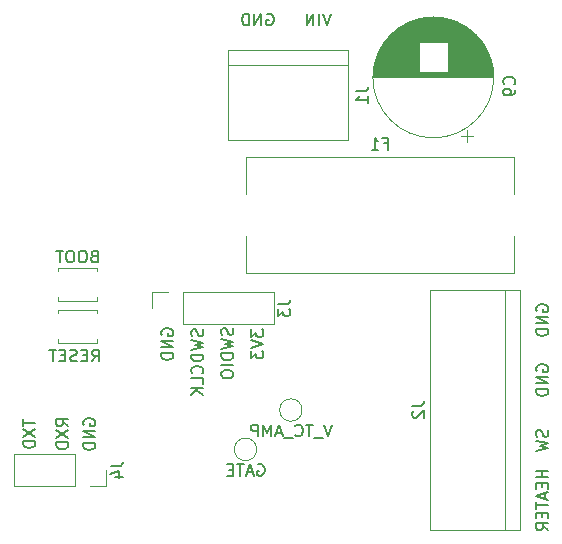
<source format=gbr>
%TF.GenerationSoftware,KiCad,Pcbnew,5.1.6*%
%TF.CreationDate,2020-09-04T20:47:42+02:00*%
%TF.ProjectId,JBC_Nano_Hardware,4a42435f-4e61-46e6-9f5f-486172647761,rev?*%
%TF.SameCoordinates,Original*%
%TF.FileFunction,Legend,Bot*%
%TF.FilePolarity,Positive*%
%FSLAX46Y46*%
G04 Gerber Fmt 4.6, Leading zero omitted, Abs format (unit mm)*
G04 Created by KiCad (PCBNEW 5.1.6) date 2020-09-04 20:47:42*
%MOMM*%
%LPD*%
G01*
G04 APERTURE LIST*
%ADD10C,0.150000*%
%ADD11C,0.120000*%
G04 APERTURE END LIST*
D10*
X45462700Y-63279400D02*
X45557938Y-63231780D01*
X45700795Y-63231780D01*
X45843652Y-63279400D01*
X45938890Y-63374638D01*
X45986509Y-63469876D01*
X46034128Y-63660352D01*
X46034128Y-63803209D01*
X45986509Y-63993685D01*
X45938890Y-64088923D01*
X45843652Y-64184161D01*
X45700795Y-64231780D01*
X45605557Y-64231780D01*
X45462700Y-64184161D01*
X45415080Y-64136542D01*
X45415080Y-63803209D01*
X45605557Y-63803209D01*
X45034128Y-63946066D02*
X44557938Y-63946066D01*
X45129366Y-64231780D02*
X44796033Y-63231780D01*
X44462700Y-64231780D01*
X44272223Y-63231780D02*
X43700795Y-63231780D01*
X43986509Y-64231780D02*
X43986509Y-63231780D01*
X43367461Y-63707971D02*
X43034128Y-63707971D01*
X42891271Y-64231780D02*
X43367461Y-64231780D01*
X43367461Y-63231780D01*
X42891271Y-63231780D01*
X46227904Y-25154000D02*
X46323142Y-25106380D01*
X46466000Y-25106380D01*
X46608857Y-25154000D01*
X46704095Y-25249238D01*
X46751714Y-25344476D01*
X46799333Y-25534952D01*
X46799333Y-25677809D01*
X46751714Y-25868285D01*
X46704095Y-25963523D01*
X46608857Y-26058761D01*
X46466000Y-26106380D01*
X46370761Y-26106380D01*
X46227904Y-26058761D01*
X46180285Y-26011142D01*
X46180285Y-25677809D01*
X46370761Y-25677809D01*
X45751714Y-26106380D02*
X45751714Y-25106380D01*
X45180285Y-26106380D01*
X45180285Y-25106380D01*
X44704095Y-26106380D02*
X44704095Y-25106380D01*
X44466000Y-25106380D01*
X44323142Y-25154000D01*
X44227904Y-25249238D01*
X44180285Y-25344476D01*
X44132666Y-25534952D01*
X44132666Y-25677809D01*
X44180285Y-25868285D01*
X44227904Y-25963523D01*
X44323142Y-26058761D01*
X44466000Y-26106380D01*
X44704095Y-26106380D01*
X51641238Y-25106380D02*
X51307904Y-26106380D01*
X50974571Y-25106380D01*
X50641238Y-26106380D02*
X50641238Y-25106380D01*
X50165047Y-26106380D02*
X50165047Y-25106380D01*
X49593619Y-26106380D01*
X49593619Y-25106380D01*
X31583142Y-45648571D02*
X31440285Y-45696190D01*
X31392666Y-45743809D01*
X31345047Y-45839047D01*
X31345047Y-45981904D01*
X31392666Y-46077142D01*
X31440285Y-46124761D01*
X31535523Y-46172380D01*
X31916476Y-46172380D01*
X31916476Y-45172380D01*
X31583142Y-45172380D01*
X31487904Y-45220000D01*
X31440285Y-45267619D01*
X31392666Y-45362857D01*
X31392666Y-45458095D01*
X31440285Y-45553333D01*
X31487904Y-45600952D01*
X31583142Y-45648571D01*
X31916476Y-45648571D01*
X30726000Y-45172380D02*
X30535523Y-45172380D01*
X30440285Y-45220000D01*
X30345047Y-45315238D01*
X30297428Y-45505714D01*
X30297428Y-45839047D01*
X30345047Y-46029523D01*
X30440285Y-46124761D01*
X30535523Y-46172380D01*
X30726000Y-46172380D01*
X30821238Y-46124761D01*
X30916476Y-46029523D01*
X30964095Y-45839047D01*
X30964095Y-45505714D01*
X30916476Y-45315238D01*
X30821238Y-45220000D01*
X30726000Y-45172380D01*
X29678380Y-45172380D02*
X29487904Y-45172380D01*
X29392666Y-45220000D01*
X29297428Y-45315238D01*
X29249809Y-45505714D01*
X29249809Y-45839047D01*
X29297428Y-46029523D01*
X29392666Y-46124761D01*
X29487904Y-46172380D01*
X29678380Y-46172380D01*
X29773619Y-46124761D01*
X29868857Y-46029523D01*
X29916476Y-45839047D01*
X29916476Y-45505714D01*
X29868857Y-45315238D01*
X29773619Y-45220000D01*
X29678380Y-45172380D01*
X28964095Y-45172380D02*
X28392666Y-45172380D01*
X28678380Y-46172380D02*
X28678380Y-45172380D01*
X31424380Y-54554380D02*
X31757714Y-54078190D01*
X31995809Y-54554380D02*
X31995809Y-53554380D01*
X31614857Y-53554380D01*
X31519619Y-53602000D01*
X31472000Y-53649619D01*
X31424380Y-53744857D01*
X31424380Y-53887714D01*
X31472000Y-53982952D01*
X31519619Y-54030571D01*
X31614857Y-54078190D01*
X31995809Y-54078190D01*
X30995809Y-54030571D02*
X30662476Y-54030571D01*
X30519619Y-54554380D02*
X30995809Y-54554380D01*
X30995809Y-53554380D01*
X30519619Y-53554380D01*
X30138666Y-54506761D02*
X29995809Y-54554380D01*
X29757714Y-54554380D01*
X29662476Y-54506761D01*
X29614857Y-54459142D01*
X29567238Y-54363904D01*
X29567238Y-54268666D01*
X29614857Y-54173428D01*
X29662476Y-54125809D01*
X29757714Y-54078190D01*
X29948190Y-54030571D01*
X30043428Y-53982952D01*
X30091047Y-53935333D01*
X30138666Y-53840095D01*
X30138666Y-53744857D01*
X30091047Y-53649619D01*
X30043428Y-53602000D01*
X29948190Y-53554380D01*
X29710095Y-53554380D01*
X29567238Y-53602000D01*
X29138666Y-54030571D02*
X28805333Y-54030571D01*
X28662476Y-54554380D02*
X29138666Y-54554380D01*
X29138666Y-53554380D01*
X28662476Y-53554380D01*
X28376761Y-53554380D02*
X27805333Y-53554380D01*
X28091047Y-54554380D02*
X28091047Y-53554380D01*
X51736190Y-59904380D02*
X51402857Y-60904380D01*
X51069523Y-59904380D01*
X50974285Y-60999619D02*
X50212380Y-60999619D01*
X50117142Y-59904380D02*
X49545714Y-59904380D01*
X49831428Y-60904380D02*
X49831428Y-59904380D01*
X48640952Y-60809142D02*
X48688571Y-60856761D01*
X48831428Y-60904380D01*
X48926666Y-60904380D01*
X49069523Y-60856761D01*
X49164761Y-60761523D01*
X49212380Y-60666285D01*
X49260000Y-60475809D01*
X49260000Y-60332952D01*
X49212380Y-60142476D01*
X49164761Y-60047238D01*
X49069523Y-59952000D01*
X48926666Y-59904380D01*
X48831428Y-59904380D01*
X48688571Y-59952000D01*
X48640952Y-59999619D01*
X48450476Y-60999619D02*
X47688571Y-60999619D01*
X47498095Y-60618666D02*
X47021904Y-60618666D01*
X47593333Y-60904380D02*
X47259999Y-59904380D01*
X46926666Y-60904380D01*
X46593333Y-60904380D02*
X46593333Y-59904380D01*
X46259999Y-60618666D01*
X45926666Y-59904380D01*
X45926666Y-60904380D01*
X45450476Y-60904380D02*
X45450476Y-59904380D01*
X45069523Y-59904380D01*
X44974285Y-59952000D01*
X44926666Y-59999619D01*
X44879047Y-60094857D01*
X44879047Y-60237714D01*
X44926666Y-60332952D01*
X44974285Y-60380571D01*
X45069523Y-60428190D01*
X45450476Y-60428190D01*
X25614380Y-59444095D02*
X25614380Y-60015523D01*
X26614380Y-59729809D02*
X25614380Y-59729809D01*
X25614380Y-60253619D02*
X26614380Y-60920285D01*
X25614380Y-60920285D02*
X26614380Y-60253619D01*
X26614380Y-61301238D02*
X25614380Y-61301238D01*
X25614380Y-61539333D01*
X25662000Y-61682190D01*
X25757238Y-61777428D01*
X25852476Y-61825047D01*
X26042952Y-61872666D01*
X26185809Y-61872666D01*
X26376285Y-61825047D01*
X26471523Y-61777428D01*
X26566761Y-61682190D01*
X26614380Y-61539333D01*
X26614380Y-61301238D01*
X29408380Y-60039333D02*
X28932190Y-59706000D01*
X29408380Y-59467904D02*
X28408380Y-59467904D01*
X28408380Y-59848857D01*
X28456000Y-59944095D01*
X28503619Y-59991714D01*
X28598857Y-60039333D01*
X28741714Y-60039333D01*
X28836952Y-59991714D01*
X28884571Y-59944095D01*
X28932190Y-59848857D01*
X28932190Y-59467904D01*
X28408380Y-60372666D02*
X29408380Y-61039333D01*
X28408380Y-61039333D02*
X29408380Y-60372666D01*
X29408380Y-61420285D02*
X28408380Y-61420285D01*
X28408380Y-61658380D01*
X28456000Y-61801238D01*
X28551238Y-61896476D01*
X28646476Y-61944095D01*
X28836952Y-61991714D01*
X28979809Y-61991714D01*
X29170285Y-61944095D01*
X29265523Y-61896476D01*
X29360761Y-61801238D01*
X29408380Y-61658380D01*
X29408380Y-61420285D01*
X30742000Y-59944095D02*
X30694380Y-59848857D01*
X30694380Y-59706000D01*
X30742000Y-59563142D01*
X30837238Y-59467904D01*
X30932476Y-59420285D01*
X31122952Y-59372666D01*
X31265809Y-59372666D01*
X31456285Y-59420285D01*
X31551523Y-59467904D01*
X31646761Y-59563142D01*
X31694380Y-59706000D01*
X31694380Y-59801238D01*
X31646761Y-59944095D01*
X31599142Y-59991714D01*
X31265809Y-59991714D01*
X31265809Y-59801238D01*
X31694380Y-60420285D02*
X30694380Y-60420285D01*
X31694380Y-60991714D01*
X30694380Y-60991714D01*
X31694380Y-61467904D02*
X30694380Y-61467904D01*
X30694380Y-61706000D01*
X30742000Y-61848857D01*
X30837238Y-61944095D01*
X30932476Y-61991714D01*
X31122952Y-62039333D01*
X31265809Y-62039333D01*
X31456285Y-61991714D01*
X31551523Y-61944095D01*
X31646761Y-61848857D01*
X31694380Y-61706000D01*
X31694380Y-61467904D01*
X44918380Y-51847904D02*
X44918380Y-52466952D01*
X45299333Y-52133619D01*
X45299333Y-52276476D01*
X45346952Y-52371714D01*
X45394571Y-52419333D01*
X45489809Y-52466952D01*
X45727904Y-52466952D01*
X45823142Y-52419333D01*
X45870761Y-52371714D01*
X45918380Y-52276476D01*
X45918380Y-51990761D01*
X45870761Y-51895523D01*
X45823142Y-51847904D01*
X44918380Y-52752666D02*
X45918380Y-53086000D01*
X44918380Y-53419333D01*
X44918380Y-53657428D02*
X44918380Y-54276476D01*
X45299333Y-53943142D01*
X45299333Y-54086000D01*
X45346952Y-54181238D01*
X45394571Y-54228857D01*
X45489809Y-54276476D01*
X45727904Y-54276476D01*
X45823142Y-54228857D01*
X45870761Y-54181238D01*
X45918380Y-54086000D01*
X45918380Y-53800285D01*
X45870761Y-53705047D01*
X45823142Y-53657428D01*
X43330761Y-51728952D02*
X43378380Y-51871809D01*
X43378380Y-52109904D01*
X43330761Y-52205142D01*
X43283142Y-52252761D01*
X43187904Y-52300380D01*
X43092666Y-52300380D01*
X42997428Y-52252761D01*
X42949809Y-52205142D01*
X42902190Y-52109904D01*
X42854571Y-51919428D01*
X42806952Y-51824190D01*
X42759333Y-51776571D01*
X42664095Y-51728952D01*
X42568857Y-51728952D01*
X42473619Y-51776571D01*
X42426000Y-51824190D01*
X42378380Y-51919428D01*
X42378380Y-52157523D01*
X42426000Y-52300380D01*
X42378380Y-52633714D02*
X43378380Y-52871809D01*
X42664095Y-53062285D01*
X43378380Y-53252761D01*
X42378380Y-53490857D01*
X43378380Y-53871809D02*
X42378380Y-53871809D01*
X42378380Y-54109904D01*
X42426000Y-54252761D01*
X42521238Y-54348000D01*
X42616476Y-54395619D01*
X42806952Y-54443238D01*
X42949809Y-54443238D01*
X43140285Y-54395619D01*
X43235523Y-54348000D01*
X43330761Y-54252761D01*
X43378380Y-54109904D01*
X43378380Y-53871809D01*
X43378380Y-54871809D02*
X42378380Y-54871809D01*
X42378380Y-55538476D02*
X42378380Y-55728952D01*
X42426000Y-55824190D01*
X42521238Y-55919428D01*
X42711714Y-55967047D01*
X43045047Y-55967047D01*
X43235523Y-55919428D01*
X43330761Y-55824190D01*
X43378380Y-55728952D01*
X43378380Y-55538476D01*
X43330761Y-55443238D01*
X43235523Y-55348000D01*
X43045047Y-55300380D01*
X42711714Y-55300380D01*
X42521238Y-55348000D01*
X42426000Y-55443238D01*
X42378380Y-55538476D01*
X40790761Y-51848095D02*
X40838380Y-51990952D01*
X40838380Y-52229047D01*
X40790761Y-52324285D01*
X40743142Y-52371904D01*
X40647904Y-52419523D01*
X40552666Y-52419523D01*
X40457428Y-52371904D01*
X40409809Y-52324285D01*
X40362190Y-52229047D01*
X40314571Y-52038571D01*
X40266952Y-51943333D01*
X40219333Y-51895714D01*
X40124095Y-51848095D01*
X40028857Y-51848095D01*
X39933619Y-51895714D01*
X39886000Y-51943333D01*
X39838380Y-52038571D01*
X39838380Y-52276666D01*
X39886000Y-52419523D01*
X39838380Y-52752857D02*
X40838380Y-52990952D01*
X40124095Y-53181428D01*
X40838380Y-53371904D01*
X39838380Y-53610000D01*
X40838380Y-53990952D02*
X39838380Y-53990952D01*
X39838380Y-54229047D01*
X39886000Y-54371904D01*
X39981238Y-54467142D01*
X40076476Y-54514761D01*
X40266952Y-54562380D01*
X40409809Y-54562380D01*
X40600285Y-54514761D01*
X40695523Y-54467142D01*
X40790761Y-54371904D01*
X40838380Y-54229047D01*
X40838380Y-53990952D01*
X40743142Y-55562380D02*
X40790761Y-55514761D01*
X40838380Y-55371904D01*
X40838380Y-55276666D01*
X40790761Y-55133809D01*
X40695523Y-55038571D01*
X40600285Y-54990952D01*
X40409809Y-54943333D01*
X40266952Y-54943333D01*
X40076476Y-54990952D01*
X39981238Y-55038571D01*
X39886000Y-55133809D01*
X39838380Y-55276666D01*
X39838380Y-55371904D01*
X39886000Y-55514761D01*
X39933619Y-55562380D01*
X40838380Y-56467142D02*
X40838380Y-55990952D01*
X39838380Y-55990952D01*
X40838380Y-56800476D02*
X39838380Y-56800476D01*
X40838380Y-57371904D02*
X40266952Y-56943333D01*
X39838380Y-57371904D02*
X40409809Y-56800476D01*
X37346000Y-52324095D02*
X37298380Y-52228857D01*
X37298380Y-52086000D01*
X37346000Y-51943142D01*
X37441238Y-51847904D01*
X37536476Y-51800285D01*
X37726952Y-51752666D01*
X37869809Y-51752666D01*
X38060285Y-51800285D01*
X38155523Y-51847904D01*
X38250761Y-51943142D01*
X38298380Y-52086000D01*
X38298380Y-52181238D01*
X38250761Y-52324095D01*
X38203142Y-52371714D01*
X37869809Y-52371714D01*
X37869809Y-52181238D01*
X38298380Y-52800285D02*
X37298380Y-52800285D01*
X38298380Y-53371714D01*
X37298380Y-53371714D01*
X38298380Y-53847904D02*
X37298380Y-53847904D01*
X37298380Y-54086000D01*
X37346000Y-54228857D01*
X37441238Y-54324095D01*
X37536476Y-54371714D01*
X37726952Y-54419333D01*
X37869809Y-54419333D01*
X38060285Y-54371714D01*
X38155523Y-54324095D01*
X38250761Y-54228857D01*
X38298380Y-54086000D01*
X38298380Y-53847904D01*
X70048380Y-63794000D02*
X69048380Y-63794000D01*
X69524571Y-63794000D02*
X69524571Y-64365428D01*
X70048380Y-64365428D02*
X69048380Y-64365428D01*
X69524571Y-64841619D02*
X69524571Y-65174952D01*
X70048380Y-65317809D02*
X70048380Y-64841619D01*
X69048380Y-64841619D01*
X69048380Y-65317809D01*
X69762666Y-65698761D02*
X69762666Y-66174952D01*
X70048380Y-65603523D02*
X69048380Y-65936857D01*
X70048380Y-66270190D01*
X69048380Y-66460666D02*
X69048380Y-67032095D01*
X70048380Y-66746380D02*
X69048380Y-66746380D01*
X69524571Y-67365428D02*
X69524571Y-67698761D01*
X70048380Y-67841619D02*
X70048380Y-67365428D01*
X69048380Y-67365428D01*
X69048380Y-67841619D01*
X70048380Y-68841619D02*
X69572190Y-68508285D01*
X70048380Y-68270190D02*
X69048380Y-68270190D01*
X69048380Y-68651142D01*
X69096000Y-68746380D01*
X69143619Y-68794000D01*
X69238857Y-68841619D01*
X69381714Y-68841619D01*
X69476952Y-68794000D01*
X69524571Y-68746380D01*
X69572190Y-68651142D01*
X69572190Y-68270190D01*
X70000761Y-60356857D02*
X70048380Y-60499714D01*
X70048380Y-60737809D01*
X70000761Y-60833047D01*
X69953142Y-60880666D01*
X69857904Y-60928285D01*
X69762666Y-60928285D01*
X69667428Y-60880666D01*
X69619809Y-60833047D01*
X69572190Y-60737809D01*
X69524571Y-60547333D01*
X69476952Y-60452095D01*
X69429333Y-60404476D01*
X69334095Y-60356857D01*
X69238857Y-60356857D01*
X69143619Y-60404476D01*
X69096000Y-60452095D01*
X69048380Y-60547333D01*
X69048380Y-60785428D01*
X69096000Y-60928285D01*
X69048380Y-61261619D02*
X70048380Y-61499714D01*
X69334095Y-61690190D01*
X70048380Y-61880666D01*
X69048380Y-62118761D01*
X69096000Y-55372095D02*
X69048380Y-55276857D01*
X69048380Y-55134000D01*
X69096000Y-54991142D01*
X69191238Y-54895904D01*
X69286476Y-54848285D01*
X69476952Y-54800666D01*
X69619809Y-54800666D01*
X69810285Y-54848285D01*
X69905523Y-54895904D01*
X70000761Y-54991142D01*
X70048380Y-55134000D01*
X70048380Y-55229238D01*
X70000761Y-55372095D01*
X69953142Y-55419714D01*
X69619809Y-55419714D01*
X69619809Y-55229238D01*
X70048380Y-55848285D02*
X69048380Y-55848285D01*
X70048380Y-56419714D01*
X69048380Y-56419714D01*
X70048380Y-56895904D02*
X69048380Y-56895904D01*
X69048380Y-57134000D01*
X69096000Y-57276857D01*
X69191238Y-57372095D01*
X69286476Y-57419714D01*
X69476952Y-57467333D01*
X69619809Y-57467333D01*
X69810285Y-57419714D01*
X69905523Y-57372095D01*
X70000761Y-57276857D01*
X70048380Y-57134000D01*
X70048380Y-56895904D01*
X69096000Y-50292095D02*
X69048380Y-50196857D01*
X69048380Y-50054000D01*
X69096000Y-49911142D01*
X69191238Y-49815904D01*
X69286476Y-49768285D01*
X69476952Y-49720666D01*
X69619809Y-49720666D01*
X69810285Y-49768285D01*
X69905523Y-49815904D01*
X70000761Y-49911142D01*
X70048380Y-50054000D01*
X70048380Y-50149238D01*
X70000761Y-50292095D01*
X69953142Y-50339714D01*
X69619809Y-50339714D01*
X69619809Y-50149238D01*
X70048380Y-50768285D02*
X69048380Y-50768285D01*
X70048380Y-51339714D01*
X69048380Y-51339714D01*
X70048380Y-51815904D02*
X69048380Y-51815904D01*
X69048380Y-52054000D01*
X69096000Y-52196857D01*
X69191238Y-52292095D01*
X69286476Y-52339714D01*
X69476952Y-52387333D01*
X69619809Y-52387333D01*
X69810285Y-52339714D01*
X69905523Y-52292095D01*
X70000761Y-52196857D01*
X70048380Y-52054000D01*
X70048380Y-51815904D01*
D11*
%TO.C,C9*%
X65445000Y-30508000D02*
G75*
G03*
X65445000Y-30508000I-5120000J0D01*
G01*
X65405000Y-30508000D02*
X55245000Y-30508000D01*
X65405000Y-30468000D02*
X55245000Y-30468000D01*
X65405000Y-30428000D02*
X55245000Y-30428000D01*
X65404000Y-30388000D02*
X55246000Y-30388000D01*
X65403000Y-30348000D02*
X55247000Y-30348000D01*
X65402000Y-30308000D02*
X55248000Y-30308000D01*
X65400000Y-30268000D02*
X55250000Y-30268000D01*
X65398000Y-30228000D02*
X55252000Y-30228000D01*
X65395000Y-30188000D02*
X55255000Y-30188000D01*
X65393000Y-30148000D02*
X55257000Y-30148000D01*
X65390000Y-30108000D02*
X55260000Y-30108000D01*
X65387000Y-30068000D02*
X55263000Y-30068000D01*
X65383000Y-30028000D02*
X55267000Y-30028000D01*
X65379000Y-29988000D02*
X61566000Y-29988000D01*
X59084000Y-29988000D02*
X55271000Y-29988000D01*
X65375000Y-29948000D02*
X61566000Y-29948000D01*
X59084000Y-29948000D02*
X55275000Y-29948000D01*
X65370000Y-29908000D02*
X61566000Y-29908000D01*
X59084000Y-29908000D02*
X55280000Y-29908000D01*
X65365000Y-29868000D02*
X61566000Y-29868000D01*
X59084000Y-29868000D02*
X55285000Y-29868000D01*
X65360000Y-29828000D02*
X61566000Y-29828000D01*
X59084000Y-29828000D02*
X55290000Y-29828000D01*
X65355000Y-29787000D02*
X61566000Y-29787000D01*
X59084000Y-29787000D02*
X55295000Y-29787000D01*
X65349000Y-29747000D02*
X61566000Y-29747000D01*
X59084000Y-29747000D02*
X55301000Y-29747000D01*
X65343000Y-29707000D02*
X61566000Y-29707000D01*
X59084000Y-29707000D02*
X55307000Y-29707000D01*
X65336000Y-29667000D02*
X61566000Y-29667000D01*
X59084000Y-29667000D02*
X55314000Y-29667000D01*
X65329000Y-29627000D02*
X61566000Y-29627000D01*
X59084000Y-29627000D02*
X55321000Y-29627000D01*
X65322000Y-29587000D02*
X61566000Y-29587000D01*
X59084000Y-29587000D02*
X55328000Y-29587000D01*
X65315000Y-29547000D02*
X61566000Y-29547000D01*
X59084000Y-29547000D02*
X55335000Y-29547000D01*
X65307000Y-29507000D02*
X61566000Y-29507000D01*
X59084000Y-29507000D02*
X55343000Y-29507000D01*
X65299000Y-29467000D02*
X61566000Y-29467000D01*
X59084000Y-29467000D02*
X55351000Y-29467000D01*
X65290000Y-29427000D02*
X61566000Y-29427000D01*
X59084000Y-29427000D02*
X55360000Y-29427000D01*
X65281000Y-29387000D02*
X61566000Y-29387000D01*
X59084000Y-29387000D02*
X55369000Y-29387000D01*
X65272000Y-29347000D02*
X61566000Y-29347000D01*
X59084000Y-29347000D02*
X55378000Y-29347000D01*
X65263000Y-29307000D02*
X61566000Y-29307000D01*
X59084000Y-29307000D02*
X55387000Y-29307000D01*
X65253000Y-29267000D02*
X61566000Y-29267000D01*
X59084000Y-29267000D02*
X55397000Y-29267000D01*
X65243000Y-29227000D02*
X61566000Y-29227000D01*
X59084000Y-29227000D02*
X55407000Y-29227000D01*
X65232000Y-29187000D02*
X61566000Y-29187000D01*
X59084000Y-29187000D02*
X55418000Y-29187000D01*
X65222000Y-29147000D02*
X61566000Y-29147000D01*
X59084000Y-29147000D02*
X55428000Y-29147000D01*
X65210000Y-29107000D02*
X61566000Y-29107000D01*
X59084000Y-29107000D02*
X55440000Y-29107000D01*
X65199000Y-29067000D02*
X61566000Y-29067000D01*
X59084000Y-29067000D02*
X55451000Y-29067000D01*
X65187000Y-29027000D02*
X61566000Y-29027000D01*
X59084000Y-29027000D02*
X55463000Y-29027000D01*
X65175000Y-28987000D02*
X61566000Y-28987000D01*
X59084000Y-28987000D02*
X55475000Y-28987000D01*
X65162000Y-28947000D02*
X61566000Y-28947000D01*
X59084000Y-28947000D02*
X55488000Y-28947000D01*
X65149000Y-28907000D02*
X61566000Y-28907000D01*
X59084000Y-28907000D02*
X55501000Y-28907000D01*
X65136000Y-28867000D02*
X61566000Y-28867000D01*
X59084000Y-28867000D02*
X55514000Y-28867000D01*
X65122000Y-28827000D02*
X61566000Y-28827000D01*
X59084000Y-28827000D02*
X55528000Y-28827000D01*
X65108000Y-28787000D02*
X61566000Y-28787000D01*
X59084000Y-28787000D02*
X55542000Y-28787000D01*
X65093000Y-28747000D02*
X61566000Y-28747000D01*
X59084000Y-28747000D02*
X55557000Y-28747000D01*
X65079000Y-28707000D02*
X61566000Y-28707000D01*
X59084000Y-28707000D02*
X55571000Y-28707000D01*
X65063000Y-28667000D02*
X61566000Y-28667000D01*
X59084000Y-28667000D02*
X55587000Y-28667000D01*
X65048000Y-28627000D02*
X61566000Y-28627000D01*
X59084000Y-28627000D02*
X55602000Y-28627000D01*
X65032000Y-28587000D02*
X61566000Y-28587000D01*
X59084000Y-28587000D02*
X55618000Y-28587000D01*
X65015000Y-28547000D02*
X61566000Y-28547000D01*
X59084000Y-28547000D02*
X55635000Y-28547000D01*
X64999000Y-28507000D02*
X61566000Y-28507000D01*
X59084000Y-28507000D02*
X55651000Y-28507000D01*
X64982000Y-28467000D02*
X61566000Y-28467000D01*
X59084000Y-28467000D02*
X55668000Y-28467000D01*
X64964000Y-28427000D02*
X61566000Y-28427000D01*
X59084000Y-28427000D02*
X55686000Y-28427000D01*
X64946000Y-28387000D02*
X61566000Y-28387000D01*
X59084000Y-28387000D02*
X55704000Y-28387000D01*
X64928000Y-28347000D02*
X61566000Y-28347000D01*
X59084000Y-28347000D02*
X55722000Y-28347000D01*
X64909000Y-28307000D02*
X61566000Y-28307000D01*
X59084000Y-28307000D02*
X55741000Y-28307000D01*
X64889000Y-28267000D02*
X61566000Y-28267000D01*
X59084000Y-28267000D02*
X55761000Y-28267000D01*
X64870000Y-28227000D02*
X61566000Y-28227000D01*
X59084000Y-28227000D02*
X55780000Y-28227000D01*
X64850000Y-28187000D02*
X61566000Y-28187000D01*
X59084000Y-28187000D02*
X55800000Y-28187000D01*
X64829000Y-28147000D02*
X61566000Y-28147000D01*
X59084000Y-28147000D02*
X55821000Y-28147000D01*
X64808000Y-28107000D02*
X61566000Y-28107000D01*
X59084000Y-28107000D02*
X55842000Y-28107000D01*
X64787000Y-28067000D02*
X61566000Y-28067000D01*
X59084000Y-28067000D02*
X55863000Y-28067000D01*
X64765000Y-28027000D02*
X61566000Y-28027000D01*
X59084000Y-28027000D02*
X55885000Y-28027000D01*
X64742000Y-27987000D02*
X61566000Y-27987000D01*
X59084000Y-27987000D02*
X55908000Y-27987000D01*
X64720000Y-27947000D02*
X61566000Y-27947000D01*
X59084000Y-27947000D02*
X55930000Y-27947000D01*
X64696000Y-27907000D02*
X61566000Y-27907000D01*
X59084000Y-27907000D02*
X55954000Y-27907000D01*
X64672000Y-27867000D02*
X61566000Y-27867000D01*
X59084000Y-27867000D02*
X55978000Y-27867000D01*
X64648000Y-27827000D02*
X61566000Y-27827000D01*
X59084000Y-27827000D02*
X56002000Y-27827000D01*
X64623000Y-27787000D02*
X61566000Y-27787000D01*
X59084000Y-27787000D02*
X56027000Y-27787000D01*
X64598000Y-27747000D02*
X61566000Y-27747000D01*
X59084000Y-27747000D02*
X56052000Y-27747000D01*
X64572000Y-27707000D02*
X61566000Y-27707000D01*
X59084000Y-27707000D02*
X56078000Y-27707000D01*
X64546000Y-27667000D02*
X61566000Y-27667000D01*
X59084000Y-27667000D02*
X56104000Y-27667000D01*
X64519000Y-27627000D02*
X61566000Y-27627000D01*
X59084000Y-27627000D02*
X56131000Y-27627000D01*
X64491000Y-27587000D02*
X61566000Y-27587000D01*
X59084000Y-27587000D02*
X56159000Y-27587000D01*
X64463000Y-27547000D02*
X61566000Y-27547000D01*
X59084000Y-27547000D02*
X56187000Y-27547000D01*
X64435000Y-27507000D02*
X56215000Y-27507000D01*
X64405000Y-27467000D02*
X56245000Y-27467000D01*
X64375000Y-27427000D02*
X56275000Y-27427000D01*
X64345000Y-27387000D02*
X56305000Y-27387000D01*
X64314000Y-27347000D02*
X56336000Y-27347000D01*
X64282000Y-27307000D02*
X56368000Y-27307000D01*
X64250000Y-27267000D02*
X56400000Y-27267000D01*
X64217000Y-27227000D02*
X56433000Y-27227000D01*
X64183000Y-27187000D02*
X56467000Y-27187000D01*
X64149000Y-27147000D02*
X56501000Y-27147000D01*
X64114000Y-27107000D02*
X56536000Y-27107000D01*
X64078000Y-27067000D02*
X56572000Y-27067000D01*
X64041000Y-27027000D02*
X56609000Y-27027000D01*
X64004000Y-26987000D02*
X56646000Y-26987000D01*
X63965000Y-26947000D02*
X56685000Y-26947000D01*
X63926000Y-26907000D02*
X56724000Y-26907000D01*
X63886000Y-26867000D02*
X56764000Y-26867000D01*
X63845000Y-26827000D02*
X56805000Y-26827000D01*
X63803000Y-26787000D02*
X56847000Y-26787000D01*
X63761000Y-26747000D02*
X56889000Y-26747000D01*
X63717000Y-26707000D02*
X56933000Y-26707000D01*
X63672000Y-26667000D02*
X56978000Y-26667000D01*
X63626000Y-26627000D02*
X57024000Y-26627000D01*
X63579000Y-26587000D02*
X57071000Y-26587000D01*
X63531000Y-26547000D02*
X57119000Y-26547000D01*
X63481000Y-26507000D02*
X57169000Y-26507000D01*
X63431000Y-26467000D02*
X57219000Y-26467000D01*
X63379000Y-26427000D02*
X57271000Y-26427000D01*
X63325000Y-26387000D02*
X57325000Y-26387000D01*
X63270000Y-26347000D02*
X57380000Y-26347000D01*
X63214000Y-26307000D02*
X57436000Y-26307000D01*
X63155000Y-26267000D02*
X57495000Y-26267000D01*
X63095000Y-26227000D02*
X57555000Y-26227000D01*
X63034000Y-26187000D02*
X57616000Y-26187000D01*
X62970000Y-26147000D02*
X57680000Y-26147000D01*
X62904000Y-26107000D02*
X57746000Y-26107000D01*
X62835000Y-26067000D02*
X57815000Y-26067000D01*
X62764000Y-26027000D02*
X57886000Y-26027000D01*
X62690000Y-25987000D02*
X57960000Y-25987000D01*
X62614000Y-25947000D02*
X58036000Y-25947000D01*
X62534000Y-25907000D02*
X58116000Y-25907000D01*
X62450000Y-25867000D02*
X58200000Y-25867000D01*
X62362000Y-25827000D02*
X58288000Y-25827000D01*
X62269000Y-25787000D02*
X58381000Y-25787000D01*
X62171000Y-25747000D02*
X58479000Y-25747000D01*
X62067000Y-25707000D02*
X58583000Y-25707000D01*
X61955000Y-25667000D02*
X58695000Y-25667000D01*
X61835000Y-25627000D02*
X58815000Y-25627000D01*
X61703000Y-25587000D02*
X58947000Y-25587000D01*
X61555000Y-25547000D02*
X59095000Y-25547000D01*
X61387000Y-25507000D02*
X59263000Y-25507000D01*
X61187000Y-25467000D02*
X59463000Y-25467000D01*
X60924000Y-25427000D02*
X59726000Y-25427000D01*
X63200000Y-35987646D02*
X63200000Y-34987646D01*
X63700000Y-35487646D02*
X62700000Y-35487646D01*
%TO.C,F1*%
X44446000Y-47074000D02*
X44446000Y-43914000D01*
X44446000Y-40414000D02*
X44446000Y-37254000D01*
X67166000Y-40414000D02*
X67166000Y-37254000D01*
X67166000Y-37254000D02*
X44446000Y-37254000D01*
X67166000Y-47074000D02*
X44446000Y-47074000D01*
X67166000Y-47074000D02*
X67166000Y-43914000D01*
%TO.C,J1*%
X53086000Y-29464000D02*
X42926000Y-29464000D01*
X53086000Y-28194000D02*
X53086000Y-35814000D01*
X53086000Y-35814000D02*
X42926000Y-35814000D01*
X42926000Y-35814000D02*
X42926000Y-28194000D01*
X42926000Y-28194000D02*
X53086000Y-28194000D01*
%TO.C,J3*%
X46796000Y-48708000D02*
X46796000Y-51368000D01*
X39116000Y-48708000D02*
X46796000Y-48708000D01*
X39116000Y-51368000D02*
X46796000Y-51368000D01*
X39116000Y-48708000D02*
X39116000Y-51368000D01*
X37846000Y-48708000D02*
X36516000Y-48708000D01*
X36516000Y-48708000D02*
X36516000Y-50038000D01*
%TO.C,J4*%
X24832000Y-65084000D02*
X24832000Y-62424000D01*
X29972000Y-65084000D02*
X24832000Y-65084000D01*
X29972000Y-62424000D02*
X24832000Y-62424000D01*
X29972000Y-65084000D02*
X29972000Y-62424000D01*
X31242000Y-65084000D02*
X32572000Y-65084000D01*
X32572000Y-65084000D02*
X32572000Y-63754000D01*
%TO.C,SW2*%
X31876000Y-52962000D02*
X31876000Y-52662000D01*
X28576000Y-52962000D02*
X31876000Y-52962000D01*
X28576000Y-52662000D02*
X28576000Y-52962000D01*
X31876000Y-50162000D02*
X31876000Y-50462000D01*
X28576000Y-50162000D02*
X31876000Y-50162000D01*
X28576000Y-50462000D02*
X28576000Y-50162000D01*
%TO.C,SW3*%
X31876000Y-49106000D02*
X31876000Y-49406000D01*
X31876000Y-49406000D02*
X28576000Y-49406000D01*
X28576000Y-49406000D02*
X28576000Y-49106000D01*
X31876000Y-46906000D02*
X31876000Y-46606000D01*
X31876000Y-46606000D02*
X28576000Y-46606000D01*
X28576000Y-46606000D02*
X28576000Y-46906000D01*
%TO.C,J2*%
X60071000Y-48514000D02*
X67691000Y-48514000D01*
X67691000Y-68834000D02*
X60071000Y-68834000D01*
X66421000Y-68834000D02*
X66421000Y-48514000D01*
X60071000Y-48514000D02*
X60071000Y-68834000D01*
X67691000Y-48514000D02*
X67691000Y-68834000D01*
%TO.C,TP1*%
X49210000Y-58674000D02*
G75*
G03*
X49210000Y-58674000I-950000J0D01*
G01*
%TO.C,TP2*%
X45374600Y-62001400D02*
G75*
G03*
X45374600Y-62001400I-950000J0D01*
G01*
%TO.C,C9*%
D10*
X67159142Y-31075333D02*
X67206761Y-31027714D01*
X67254380Y-30884857D01*
X67254380Y-30789619D01*
X67206761Y-30646761D01*
X67111523Y-30551523D01*
X67016285Y-30503904D01*
X66825809Y-30456285D01*
X66682952Y-30456285D01*
X66492476Y-30503904D01*
X66397238Y-30551523D01*
X66302000Y-30646761D01*
X66254380Y-30789619D01*
X66254380Y-30884857D01*
X66302000Y-31027714D01*
X66349619Y-31075333D01*
X67254380Y-31551523D02*
X67254380Y-31742000D01*
X67206761Y-31837238D01*
X67159142Y-31884857D01*
X67016285Y-31980095D01*
X66825809Y-32027714D01*
X66444857Y-32027714D01*
X66349619Y-31980095D01*
X66302000Y-31932476D01*
X66254380Y-31837238D01*
X66254380Y-31646761D01*
X66302000Y-31551523D01*
X66349619Y-31503904D01*
X66444857Y-31456285D01*
X66682952Y-31456285D01*
X66778190Y-31503904D01*
X66825809Y-31551523D01*
X66873428Y-31646761D01*
X66873428Y-31837238D01*
X66825809Y-31932476D01*
X66778190Y-31980095D01*
X66682952Y-32027714D01*
%TO.C,F1*%
X56139333Y-36092571D02*
X56472666Y-36092571D01*
X56472666Y-36616380D02*
X56472666Y-35616380D01*
X55996476Y-35616380D01*
X55091714Y-36616380D02*
X55663142Y-36616380D01*
X55377428Y-36616380D02*
X55377428Y-35616380D01*
X55472666Y-35759238D01*
X55567904Y-35854476D01*
X55663142Y-35902095D01*
%TO.C,J1*%
X53808380Y-31670666D02*
X54522666Y-31670666D01*
X54665523Y-31623047D01*
X54760761Y-31527809D01*
X54808380Y-31384952D01*
X54808380Y-31289714D01*
X54808380Y-32670666D02*
X54808380Y-32099238D01*
X54808380Y-32384952D02*
X53808380Y-32384952D01*
X53951238Y-32289714D01*
X54046476Y-32194476D01*
X54094095Y-32099238D01*
%TO.C,J3*%
X47204380Y-49704666D02*
X47918666Y-49704666D01*
X48061523Y-49657047D01*
X48156761Y-49561809D01*
X48204380Y-49418952D01*
X48204380Y-49323714D01*
X47204380Y-50085619D02*
X47204380Y-50704666D01*
X47585333Y-50371333D01*
X47585333Y-50514190D01*
X47632952Y-50609428D01*
X47680571Y-50657047D01*
X47775809Y-50704666D01*
X48013904Y-50704666D01*
X48109142Y-50657047D01*
X48156761Y-50609428D01*
X48204380Y-50514190D01*
X48204380Y-50228476D01*
X48156761Y-50133238D01*
X48109142Y-50085619D01*
%TO.C,J4*%
X33024380Y-63420666D02*
X33738666Y-63420666D01*
X33881523Y-63373047D01*
X33976761Y-63277809D01*
X34024380Y-63134952D01*
X34024380Y-63039714D01*
X33357714Y-64325428D02*
X34024380Y-64325428D01*
X32976761Y-64087333D02*
X33691047Y-63849238D01*
X33691047Y-64468285D01*
%TO.C,J2*%
X58533380Y-58320666D02*
X59247666Y-58320666D01*
X59390523Y-58273047D01*
X59485761Y-58177809D01*
X59533380Y-58034952D01*
X59533380Y-57939714D01*
X58628619Y-58749238D02*
X58581000Y-58796857D01*
X58533380Y-58892095D01*
X58533380Y-59130190D01*
X58581000Y-59225428D01*
X58628619Y-59273047D01*
X58723857Y-59320666D01*
X58819095Y-59320666D01*
X58961952Y-59273047D01*
X59533380Y-58701619D01*
X59533380Y-59320666D01*
%TD*%
M02*

</source>
